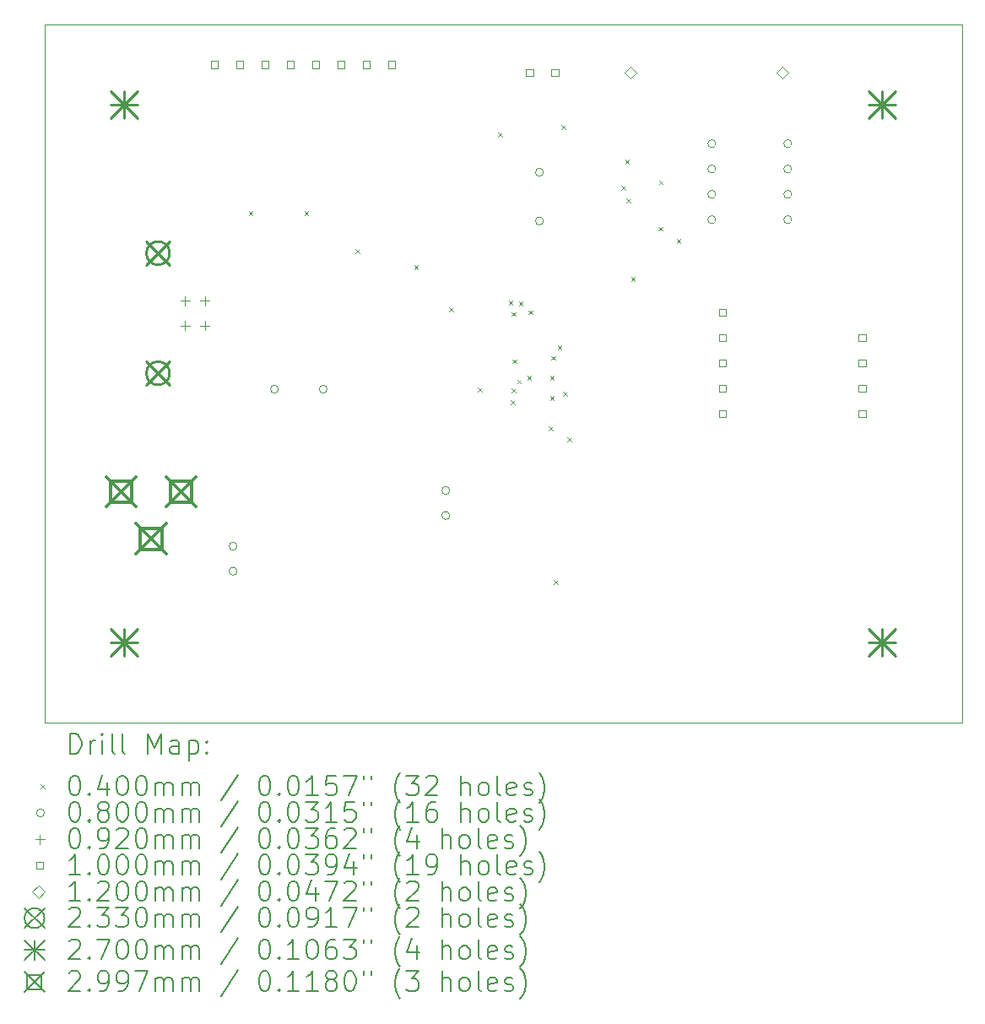
<source format=gbr>
%TF.GenerationSoftware,KiCad,Pcbnew,(6.0.7)*%
%TF.CreationDate,2022-08-27T23:03:48-04:00*%
%TF.ProjectId,RA2E1-CAN,52413245-312d-4434-914e-2e6b69636164,rev?*%
%TF.SameCoordinates,Original*%
%TF.FileFunction,Drillmap*%
%TF.FilePolarity,Positive*%
%FSLAX45Y45*%
G04 Gerber Fmt 4.5, Leading zero omitted, Abs format (unit mm)*
G04 Created by KiCad (PCBNEW (6.0.7)) date 2022-08-27 23:03:48*
%MOMM*%
%LPD*%
G01*
G04 APERTURE LIST*
%ADD10C,0.050000*%
%ADD11C,0.200000*%
%ADD12C,0.040000*%
%ADD13C,0.080000*%
%ADD14C,0.092000*%
%ADD15C,0.100000*%
%ADD16C,0.120000*%
%ADD17C,0.233000*%
%ADD18C,0.270000*%
%ADD19C,0.299720*%
G04 APERTURE END LIST*
D10*
X7000000Y-9500000D02*
X7000000Y-16500000D01*
X16200000Y-9500000D02*
X16200000Y-16500000D01*
X16200000Y-16500000D02*
X7000000Y-16500000D01*
X7000000Y-9500000D02*
X16200000Y-9500000D01*
D11*
D12*
X9047800Y-11371900D02*
X9087800Y-11411900D01*
X9087800Y-11371900D02*
X9047800Y-11411900D01*
X9606600Y-11371900D02*
X9646600Y-11411900D01*
X9646600Y-11371900D02*
X9606600Y-11411900D01*
X10115090Y-11752620D02*
X10155090Y-11792620D01*
X10155090Y-11752620D02*
X10115090Y-11792620D01*
X10705560Y-11916140D02*
X10745560Y-11956140D01*
X10745560Y-11916140D02*
X10705560Y-11956140D01*
X11058150Y-12337720D02*
X11098150Y-12377720D01*
X11098150Y-12337720D02*
X11058150Y-12377720D01*
X11344350Y-13139350D02*
X11384350Y-13179350D01*
X11384350Y-13139350D02*
X11344350Y-13179350D01*
X11549700Y-10584500D02*
X11589700Y-10624500D01*
X11589700Y-10584500D02*
X11549700Y-10624500D01*
X11654340Y-12271370D02*
X11694340Y-12311370D01*
X11694340Y-12271370D02*
X11654340Y-12311370D01*
X11676410Y-13266080D02*
X11716410Y-13306080D01*
X11716410Y-13266080D02*
X11676410Y-13306080D01*
X11681960Y-13151020D02*
X11721960Y-13191020D01*
X11721960Y-13151020D02*
X11681960Y-13191020D01*
X11682580Y-12384310D02*
X11722580Y-12424310D01*
X11722580Y-12384310D02*
X11682580Y-12424310D01*
X11693620Y-12857800D02*
X11733620Y-12897800D01*
X11733620Y-12857800D02*
X11693620Y-12897800D01*
X11740200Y-13061000D02*
X11780200Y-13101000D01*
X11780200Y-13061000D02*
X11740200Y-13101000D01*
X11756650Y-12279410D02*
X11796650Y-12319410D01*
X11796650Y-12279410D02*
X11756650Y-12319410D01*
X11841800Y-13022900D02*
X11881800Y-13062900D01*
X11881800Y-13022900D02*
X11841800Y-13062900D01*
X11850390Y-12367410D02*
X11890390Y-12407410D01*
X11890390Y-12367410D02*
X11850390Y-12407410D01*
X12058030Y-13530630D02*
X12098030Y-13570630D01*
X12098030Y-13530630D02*
X12058030Y-13570630D01*
X12070400Y-13022900D02*
X12110400Y-13062900D01*
X12110400Y-13022900D02*
X12070400Y-13062900D01*
X12070400Y-13226100D02*
X12110400Y-13266100D01*
X12110400Y-13226100D02*
X12070400Y-13266100D01*
X12079050Y-12824710D02*
X12119050Y-12864710D01*
X12119050Y-12824710D02*
X12079050Y-12864710D01*
X12106760Y-15069900D02*
X12146760Y-15109900D01*
X12146760Y-15069900D02*
X12106760Y-15109900D01*
X12145660Y-12715660D02*
X12185660Y-12755660D01*
X12185660Y-12715660D02*
X12145660Y-12755660D01*
X12184700Y-10508300D02*
X12224700Y-10548300D01*
X12224700Y-10508300D02*
X12184700Y-10548300D01*
X12200130Y-13183860D02*
X12240130Y-13223860D01*
X12240130Y-13183860D02*
X12200130Y-13223860D01*
X12245350Y-13638970D02*
X12285350Y-13678970D01*
X12285350Y-13638970D02*
X12245350Y-13678970D01*
X12785400Y-11116270D02*
X12825400Y-11156270D01*
X12825400Y-11116270D02*
X12785400Y-11156270D01*
X12821800Y-10856030D02*
X12861800Y-10896030D01*
X12861800Y-10856030D02*
X12821800Y-10896030D01*
X12833060Y-11242540D02*
X12873060Y-11282540D01*
X12873060Y-11242540D02*
X12833060Y-11282540D01*
X12883200Y-12032300D02*
X12923200Y-12072300D01*
X12923200Y-12032300D02*
X12883200Y-12072300D01*
X13157010Y-11528980D02*
X13197010Y-11568980D01*
X13197010Y-11528980D02*
X13157010Y-11568980D01*
X13161610Y-11061900D02*
X13201610Y-11101900D01*
X13201610Y-11061900D02*
X13161610Y-11101900D01*
X13340400Y-11651300D02*
X13380400Y-11691300D01*
X13380400Y-11651300D02*
X13340400Y-11691300D01*
D13*
X8930000Y-14732000D02*
G75*
G03*
X8930000Y-14732000I-40000J0D01*
G01*
X8930000Y-14982000D02*
G75*
G03*
X8930000Y-14982000I-40000J0D01*
G01*
X9345400Y-13157200D02*
G75*
G03*
X9345400Y-13157200I-40000J0D01*
G01*
X9833400Y-13157200D02*
G75*
G03*
X9833400Y-13157200I-40000J0D01*
G01*
X11063600Y-14173200D02*
G75*
G03*
X11063600Y-14173200I-40000J0D01*
G01*
X11063600Y-14423200D02*
G75*
G03*
X11063600Y-14423200I-40000J0D01*
G01*
X12003400Y-10981800D02*
G75*
G03*
X12003400Y-10981800I-40000J0D01*
G01*
X12003400Y-11469800D02*
G75*
G03*
X12003400Y-11469800I-40000J0D01*
G01*
X13731600Y-10694400D02*
G75*
G03*
X13731600Y-10694400I-40000J0D01*
G01*
X13731600Y-10948400D02*
G75*
G03*
X13731600Y-10948400I-40000J0D01*
G01*
X13731600Y-11202400D02*
G75*
G03*
X13731600Y-11202400I-40000J0D01*
G01*
X13731600Y-11456400D02*
G75*
G03*
X13731600Y-11456400I-40000J0D01*
G01*
X14493600Y-10694400D02*
G75*
G03*
X14493600Y-10694400I-40000J0D01*
G01*
X14493600Y-10948400D02*
G75*
G03*
X14493600Y-10948400I-40000J0D01*
G01*
X14493600Y-11202400D02*
G75*
G03*
X14493600Y-11202400I-40000J0D01*
G01*
X14493600Y-11456400D02*
G75*
G03*
X14493600Y-11456400I-40000J0D01*
G01*
D14*
X8407950Y-12224200D02*
X8407950Y-12316200D01*
X8361950Y-12270200D02*
X8453950Y-12270200D01*
X8407950Y-12474200D02*
X8407950Y-12566200D01*
X8361950Y-12520200D02*
X8453950Y-12520200D01*
X8607950Y-12224200D02*
X8607950Y-12316200D01*
X8561950Y-12270200D02*
X8653950Y-12270200D01*
X8607950Y-12474200D02*
X8607950Y-12566200D01*
X8561950Y-12520200D02*
X8653950Y-12520200D01*
D15*
X8735356Y-9935356D02*
X8735356Y-9864644D01*
X8664644Y-9864644D01*
X8664644Y-9935356D01*
X8735356Y-9935356D01*
X8989356Y-9935356D02*
X8989356Y-9864644D01*
X8918644Y-9864644D01*
X8918644Y-9935356D01*
X8989356Y-9935356D01*
X9243356Y-9935356D02*
X9243356Y-9864644D01*
X9172644Y-9864644D01*
X9172644Y-9935356D01*
X9243356Y-9935356D01*
X9497356Y-9935356D02*
X9497356Y-9864644D01*
X9426644Y-9864644D01*
X9426644Y-9935356D01*
X9497356Y-9935356D01*
X9751356Y-9935356D02*
X9751356Y-9864644D01*
X9680644Y-9864644D01*
X9680644Y-9935356D01*
X9751356Y-9935356D01*
X10005356Y-9935356D02*
X10005356Y-9864644D01*
X9934644Y-9864644D01*
X9934644Y-9935356D01*
X10005356Y-9935356D01*
X10259356Y-9935356D02*
X10259356Y-9864644D01*
X10188644Y-9864644D01*
X10188644Y-9935356D01*
X10259356Y-9935356D01*
X10513356Y-9935356D02*
X10513356Y-9864644D01*
X10442644Y-9864644D01*
X10442644Y-9935356D01*
X10513356Y-9935356D01*
X11899156Y-10015056D02*
X11899156Y-9944344D01*
X11828444Y-9944344D01*
X11828444Y-10015056D01*
X11899156Y-10015056D01*
X12153156Y-10015056D02*
X12153156Y-9944344D01*
X12082444Y-9944344D01*
X12082444Y-10015056D01*
X12153156Y-10015056D01*
X13835356Y-12419356D02*
X13835356Y-12348644D01*
X13764644Y-12348644D01*
X13764644Y-12419356D01*
X13835356Y-12419356D01*
X13835356Y-12673356D02*
X13835356Y-12602644D01*
X13764644Y-12602644D01*
X13764644Y-12673356D01*
X13835356Y-12673356D01*
X13835356Y-12927356D02*
X13835356Y-12856644D01*
X13764644Y-12856644D01*
X13764644Y-12927356D01*
X13835356Y-12927356D01*
X13835356Y-13181356D02*
X13835356Y-13110644D01*
X13764644Y-13110644D01*
X13764644Y-13181356D01*
X13835356Y-13181356D01*
X13835356Y-13435356D02*
X13835356Y-13364644D01*
X13764644Y-13364644D01*
X13764644Y-13435356D01*
X13835356Y-13435356D01*
X15235356Y-12673356D02*
X15235356Y-12602644D01*
X15164644Y-12602644D01*
X15164644Y-12673356D01*
X15235356Y-12673356D01*
X15235356Y-12927356D02*
X15235356Y-12856644D01*
X15164644Y-12856644D01*
X15164644Y-12927356D01*
X15235356Y-12927356D01*
X15235356Y-13181356D02*
X15235356Y-13110644D01*
X15164644Y-13110644D01*
X15164644Y-13181356D01*
X15235356Y-13181356D01*
X15235356Y-13435356D02*
X15235356Y-13364644D01*
X15164644Y-13364644D01*
X15164644Y-13435356D01*
X15235356Y-13435356D01*
D16*
X12877800Y-10042200D02*
X12937800Y-9982200D01*
X12877800Y-9922200D01*
X12817800Y-9982200D01*
X12877800Y-10042200D01*
X14401800Y-10042200D02*
X14461800Y-9982200D01*
X14401800Y-9922200D01*
X14341800Y-9982200D01*
X14401800Y-10042200D01*
D17*
X8020450Y-11676700D02*
X8253450Y-11909700D01*
X8253450Y-11676700D02*
X8020450Y-11909700D01*
X8253450Y-11793200D02*
G75*
G03*
X8253450Y-11793200I-116500J0D01*
G01*
X8020450Y-12880700D02*
X8253450Y-13113700D01*
X8253450Y-12880700D02*
X8020450Y-13113700D01*
X8253450Y-12997200D02*
G75*
G03*
X8253450Y-12997200I-116500J0D01*
G01*
D18*
X7665000Y-10165000D02*
X7935000Y-10435000D01*
X7935000Y-10165000D02*
X7665000Y-10435000D01*
X7800000Y-10165000D02*
X7800000Y-10435000D01*
X7665000Y-10300000D02*
X7935000Y-10300000D01*
X7665000Y-15565000D02*
X7935000Y-15835000D01*
X7935000Y-15565000D02*
X7665000Y-15835000D01*
X7800000Y-15565000D02*
X7800000Y-15835000D01*
X7665000Y-15700000D02*
X7935000Y-15700000D01*
X15265000Y-10165000D02*
X15535000Y-10435000D01*
X15535000Y-10165000D02*
X15265000Y-10435000D01*
X15400000Y-10165000D02*
X15400000Y-10435000D01*
X15265000Y-10300000D02*
X15535000Y-10300000D01*
X15265000Y-15565000D02*
X15535000Y-15835000D01*
X15535000Y-15565000D02*
X15265000Y-15835000D01*
X15400000Y-15565000D02*
X15400000Y-15835000D01*
X15265000Y-15700000D02*
X15535000Y-15700000D01*
D19*
X7617840Y-14036040D02*
X7917560Y-14335760D01*
X7917560Y-14036040D02*
X7617840Y-14335760D01*
X7873668Y-14291868D02*
X7873668Y-14079932D01*
X7661732Y-14079932D01*
X7661732Y-14291868D01*
X7873668Y-14291868D01*
X7917840Y-14506040D02*
X8217560Y-14805760D01*
X8217560Y-14506040D02*
X7917840Y-14805760D01*
X8173668Y-14761868D02*
X8173668Y-14549932D01*
X7961732Y-14549932D01*
X7961732Y-14761868D01*
X8173668Y-14761868D01*
X8217840Y-14036040D02*
X8517560Y-14335760D01*
X8517560Y-14036040D02*
X8217840Y-14335760D01*
X8473668Y-14291868D02*
X8473668Y-14079932D01*
X8261732Y-14079932D01*
X8261732Y-14291868D01*
X8473668Y-14291868D01*
D11*
X7255119Y-16812976D02*
X7255119Y-16612976D01*
X7302738Y-16612976D01*
X7331309Y-16622500D01*
X7350357Y-16641548D01*
X7359881Y-16660595D01*
X7369405Y-16698690D01*
X7369405Y-16727262D01*
X7359881Y-16765357D01*
X7350357Y-16784405D01*
X7331309Y-16803452D01*
X7302738Y-16812976D01*
X7255119Y-16812976D01*
X7455119Y-16812976D02*
X7455119Y-16679643D01*
X7455119Y-16717738D02*
X7464643Y-16698690D01*
X7474167Y-16689167D01*
X7493214Y-16679643D01*
X7512262Y-16679643D01*
X7578928Y-16812976D02*
X7578928Y-16679643D01*
X7578928Y-16612976D02*
X7569405Y-16622500D01*
X7578928Y-16632024D01*
X7588452Y-16622500D01*
X7578928Y-16612976D01*
X7578928Y-16632024D01*
X7702738Y-16812976D02*
X7683690Y-16803452D01*
X7674167Y-16784405D01*
X7674167Y-16612976D01*
X7807500Y-16812976D02*
X7788452Y-16803452D01*
X7778928Y-16784405D01*
X7778928Y-16612976D01*
X8036071Y-16812976D02*
X8036071Y-16612976D01*
X8102738Y-16755833D01*
X8169405Y-16612976D01*
X8169405Y-16812976D01*
X8350357Y-16812976D02*
X8350357Y-16708214D01*
X8340833Y-16689167D01*
X8321786Y-16679643D01*
X8283690Y-16679643D01*
X8264643Y-16689167D01*
X8350357Y-16803452D02*
X8331309Y-16812976D01*
X8283690Y-16812976D01*
X8264643Y-16803452D01*
X8255119Y-16784405D01*
X8255119Y-16765357D01*
X8264643Y-16746309D01*
X8283690Y-16736786D01*
X8331309Y-16736786D01*
X8350357Y-16727262D01*
X8445595Y-16679643D02*
X8445595Y-16879643D01*
X8445595Y-16689167D02*
X8464643Y-16679643D01*
X8502738Y-16679643D01*
X8521786Y-16689167D01*
X8531310Y-16698690D01*
X8540833Y-16717738D01*
X8540833Y-16774881D01*
X8531310Y-16793929D01*
X8521786Y-16803452D01*
X8502738Y-16812976D01*
X8464643Y-16812976D01*
X8445595Y-16803452D01*
X8626548Y-16793929D02*
X8636071Y-16803452D01*
X8626548Y-16812976D01*
X8617024Y-16803452D01*
X8626548Y-16793929D01*
X8626548Y-16812976D01*
X8626548Y-16689167D02*
X8636071Y-16698690D01*
X8626548Y-16708214D01*
X8617024Y-16698690D01*
X8626548Y-16689167D01*
X8626548Y-16708214D01*
D12*
X6957500Y-17122500D02*
X6997500Y-17162500D01*
X6997500Y-17122500D02*
X6957500Y-17162500D01*
D11*
X7293214Y-17032976D02*
X7312262Y-17032976D01*
X7331309Y-17042500D01*
X7340833Y-17052024D01*
X7350357Y-17071071D01*
X7359881Y-17109167D01*
X7359881Y-17156786D01*
X7350357Y-17194881D01*
X7340833Y-17213929D01*
X7331309Y-17223452D01*
X7312262Y-17232976D01*
X7293214Y-17232976D01*
X7274167Y-17223452D01*
X7264643Y-17213929D01*
X7255119Y-17194881D01*
X7245595Y-17156786D01*
X7245595Y-17109167D01*
X7255119Y-17071071D01*
X7264643Y-17052024D01*
X7274167Y-17042500D01*
X7293214Y-17032976D01*
X7445595Y-17213929D02*
X7455119Y-17223452D01*
X7445595Y-17232976D01*
X7436071Y-17223452D01*
X7445595Y-17213929D01*
X7445595Y-17232976D01*
X7626548Y-17099643D02*
X7626548Y-17232976D01*
X7578928Y-17023452D02*
X7531309Y-17166310D01*
X7655119Y-17166310D01*
X7769405Y-17032976D02*
X7788452Y-17032976D01*
X7807500Y-17042500D01*
X7817024Y-17052024D01*
X7826548Y-17071071D01*
X7836071Y-17109167D01*
X7836071Y-17156786D01*
X7826548Y-17194881D01*
X7817024Y-17213929D01*
X7807500Y-17223452D01*
X7788452Y-17232976D01*
X7769405Y-17232976D01*
X7750357Y-17223452D01*
X7740833Y-17213929D01*
X7731309Y-17194881D01*
X7721786Y-17156786D01*
X7721786Y-17109167D01*
X7731309Y-17071071D01*
X7740833Y-17052024D01*
X7750357Y-17042500D01*
X7769405Y-17032976D01*
X7959881Y-17032976D02*
X7978928Y-17032976D01*
X7997976Y-17042500D01*
X8007500Y-17052024D01*
X8017024Y-17071071D01*
X8026548Y-17109167D01*
X8026548Y-17156786D01*
X8017024Y-17194881D01*
X8007500Y-17213929D01*
X7997976Y-17223452D01*
X7978928Y-17232976D01*
X7959881Y-17232976D01*
X7940833Y-17223452D01*
X7931309Y-17213929D01*
X7921786Y-17194881D01*
X7912262Y-17156786D01*
X7912262Y-17109167D01*
X7921786Y-17071071D01*
X7931309Y-17052024D01*
X7940833Y-17042500D01*
X7959881Y-17032976D01*
X8112262Y-17232976D02*
X8112262Y-17099643D01*
X8112262Y-17118690D02*
X8121786Y-17109167D01*
X8140833Y-17099643D01*
X8169405Y-17099643D01*
X8188452Y-17109167D01*
X8197976Y-17128214D01*
X8197976Y-17232976D01*
X8197976Y-17128214D02*
X8207500Y-17109167D01*
X8226548Y-17099643D01*
X8255119Y-17099643D01*
X8274167Y-17109167D01*
X8283690Y-17128214D01*
X8283690Y-17232976D01*
X8378928Y-17232976D02*
X8378928Y-17099643D01*
X8378928Y-17118690D02*
X8388452Y-17109167D01*
X8407500Y-17099643D01*
X8436071Y-17099643D01*
X8455119Y-17109167D01*
X8464643Y-17128214D01*
X8464643Y-17232976D01*
X8464643Y-17128214D02*
X8474167Y-17109167D01*
X8493214Y-17099643D01*
X8521786Y-17099643D01*
X8540833Y-17109167D01*
X8550357Y-17128214D01*
X8550357Y-17232976D01*
X8940833Y-17023452D02*
X8769405Y-17280595D01*
X9197976Y-17032976D02*
X9217024Y-17032976D01*
X9236071Y-17042500D01*
X9245595Y-17052024D01*
X9255119Y-17071071D01*
X9264643Y-17109167D01*
X9264643Y-17156786D01*
X9255119Y-17194881D01*
X9245595Y-17213929D01*
X9236071Y-17223452D01*
X9217024Y-17232976D01*
X9197976Y-17232976D01*
X9178929Y-17223452D01*
X9169405Y-17213929D01*
X9159881Y-17194881D01*
X9150357Y-17156786D01*
X9150357Y-17109167D01*
X9159881Y-17071071D01*
X9169405Y-17052024D01*
X9178929Y-17042500D01*
X9197976Y-17032976D01*
X9350357Y-17213929D02*
X9359881Y-17223452D01*
X9350357Y-17232976D01*
X9340833Y-17223452D01*
X9350357Y-17213929D01*
X9350357Y-17232976D01*
X9483690Y-17032976D02*
X9502738Y-17032976D01*
X9521786Y-17042500D01*
X9531310Y-17052024D01*
X9540833Y-17071071D01*
X9550357Y-17109167D01*
X9550357Y-17156786D01*
X9540833Y-17194881D01*
X9531310Y-17213929D01*
X9521786Y-17223452D01*
X9502738Y-17232976D01*
X9483690Y-17232976D01*
X9464643Y-17223452D01*
X9455119Y-17213929D01*
X9445595Y-17194881D01*
X9436071Y-17156786D01*
X9436071Y-17109167D01*
X9445595Y-17071071D01*
X9455119Y-17052024D01*
X9464643Y-17042500D01*
X9483690Y-17032976D01*
X9740833Y-17232976D02*
X9626548Y-17232976D01*
X9683690Y-17232976D02*
X9683690Y-17032976D01*
X9664643Y-17061548D01*
X9645595Y-17080595D01*
X9626548Y-17090119D01*
X9921786Y-17032976D02*
X9826548Y-17032976D01*
X9817024Y-17128214D01*
X9826548Y-17118690D01*
X9845595Y-17109167D01*
X9893214Y-17109167D01*
X9912262Y-17118690D01*
X9921786Y-17128214D01*
X9931310Y-17147262D01*
X9931310Y-17194881D01*
X9921786Y-17213929D01*
X9912262Y-17223452D01*
X9893214Y-17232976D01*
X9845595Y-17232976D01*
X9826548Y-17223452D01*
X9817024Y-17213929D01*
X9997976Y-17032976D02*
X10131310Y-17032976D01*
X10045595Y-17232976D01*
X10197976Y-17032976D02*
X10197976Y-17071071D01*
X10274167Y-17032976D02*
X10274167Y-17071071D01*
X10569405Y-17309167D02*
X10559881Y-17299643D01*
X10540833Y-17271071D01*
X10531310Y-17252024D01*
X10521786Y-17223452D01*
X10512262Y-17175833D01*
X10512262Y-17137738D01*
X10521786Y-17090119D01*
X10531310Y-17061548D01*
X10540833Y-17042500D01*
X10559881Y-17013929D01*
X10569405Y-17004405D01*
X10626548Y-17032976D02*
X10750357Y-17032976D01*
X10683690Y-17109167D01*
X10712262Y-17109167D01*
X10731310Y-17118690D01*
X10740833Y-17128214D01*
X10750357Y-17147262D01*
X10750357Y-17194881D01*
X10740833Y-17213929D01*
X10731310Y-17223452D01*
X10712262Y-17232976D01*
X10655119Y-17232976D01*
X10636071Y-17223452D01*
X10626548Y-17213929D01*
X10826548Y-17052024D02*
X10836071Y-17042500D01*
X10855119Y-17032976D01*
X10902738Y-17032976D01*
X10921786Y-17042500D01*
X10931310Y-17052024D01*
X10940833Y-17071071D01*
X10940833Y-17090119D01*
X10931310Y-17118690D01*
X10817024Y-17232976D01*
X10940833Y-17232976D01*
X11178929Y-17232976D02*
X11178929Y-17032976D01*
X11264643Y-17232976D02*
X11264643Y-17128214D01*
X11255119Y-17109167D01*
X11236071Y-17099643D01*
X11207500Y-17099643D01*
X11188452Y-17109167D01*
X11178929Y-17118690D01*
X11388452Y-17232976D02*
X11369405Y-17223452D01*
X11359881Y-17213929D01*
X11350357Y-17194881D01*
X11350357Y-17137738D01*
X11359881Y-17118690D01*
X11369405Y-17109167D01*
X11388452Y-17099643D01*
X11417024Y-17099643D01*
X11436071Y-17109167D01*
X11445595Y-17118690D01*
X11455119Y-17137738D01*
X11455119Y-17194881D01*
X11445595Y-17213929D01*
X11436071Y-17223452D01*
X11417024Y-17232976D01*
X11388452Y-17232976D01*
X11569405Y-17232976D02*
X11550357Y-17223452D01*
X11540833Y-17204405D01*
X11540833Y-17032976D01*
X11721786Y-17223452D02*
X11702738Y-17232976D01*
X11664643Y-17232976D01*
X11645595Y-17223452D01*
X11636071Y-17204405D01*
X11636071Y-17128214D01*
X11645595Y-17109167D01*
X11664643Y-17099643D01*
X11702738Y-17099643D01*
X11721786Y-17109167D01*
X11731309Y-17128214D01*
X11731309Y-17147262D01*
X11636071Y-17166310D01*
X11807500Y-17223452D02*
X11826548Y-17232976D01*
X11864643Y-17232976D01*
X11883690Y-17223452D01*
X11893214Y-17204405D01*
X11893214Y-17194881D01*
X11883690Y-17175833D01*
X11864643Y-17166310D01*
X11836071Y-17166310D01*
X11817024Y-17156786D01*
X11807500Y-17137738D01*
X11807500Y-17128214D01*
X11817024Y-17109167D01*
X11836071Y-17099643D01*
X11864643Y-17099643D01*
X11883690Y-17109167D01*
X11959881Y-17309167D02*
X11969405Y-17299643D01*
X11988452Y-17271071D01*
X11997976Y-17252024D01*
X12007500Y-17223452D01*
X12017024Y-17175833D01*
X12017024Y-17137738D01*
X12007500Y-17090119D01*
X11997976Y-17061548D01*
X11988452Y-17042500D01*
X11969405Y-17013929D01*
X11959881Y-17004405D01*
D13*
X6997500Y-17406500D02*
G75*
G03*
X6997500Y-17406500I-40000J0D01*
G01*
D11*
X7293214Y-17296976D02*
X7312262Y-17296976D01*
X7331309Y-17306500D01*
X7340833Y-17316024D01*
X7350357Y-17335071D01*
X7359881Y-17373167D01*
X7359881Y-17420786D01*
X7350357Y-17458881D01*
X7340833Y-17477929D01*
X7331309Y-17487452D01*
X7312262Y-17496976D01*
X7293214Y-17496976D01*
X7274167Y-17487452D01*
X7264643Y-17477929D01*
X7255119Y-17458881D01*
X7245595Y-17420786D01*
X7245595Y-17373167D01*
X7255119Y-17335071D01*
X7264643Y-17316024D01*
X7274167Y-17306500D01*
X7293214Y-17296976D01*
X7445595Y-17477929D02*
X7455119Y-17487452D01*
X7445595Y-17496976D01*
X7436071Y-17487452D01*
X7445595Y-17477929D01*
X7445595Y-17496976D01*
X7569405Y-17382690D02*
X7550357Y-17373167D01*
X7540833Y-17363643D01*
X7531309Y-17344595D01*
X7531309Y-17335071D01*
X7540833Y-17316024D01*
X7550357Y-17306500D01*
X7569405Y-17296976D01*
X7607500Y-17296976D01*
X7626548Y-17306500D01*
X7636071Y-17316024D01*
X7645595Y-17335071D01*
X7645595Y-17344595D01*
X7636071Y-17363643D01*
X7626548Y-17373167D01*
X7607500Y-17382690D01*
X7569405Y-17382690D01*
X7550357Y-17392214D01*
X7540833Y-17401738D01*
X7531309Y-17420786D01*
X7531309Y-17458881D01*
X7540833Y-17477929D01*
X7550357Y-17487452D01*
X7569405Y-17496976D01*
X7607500Y-17496976D01*
X7626548Y-17487452D01*
X7636071Y-17477929D01*
X7645595Y-17458881D01*
X7645595Y-17420786D01*
X7636071Y-17401738D01*
X7626548Y-17392214D01*
X7607500Y-17382690D01*
X7769405Y-17296976D02*
X7788452Y-17296976D01*
X7807500Y-17306500D01*
X7817024Y-17316024D01*
X7826548Y-17335071D01*
X7836071Y-17373167D01*
X7836071Y-17420786D01*
X7826548Y-17458881D01*
X7817024Y-17477929D01*
X7807500Y-17487452D01*
X7788452Y-17496976D01*
X7769405Y-17496976D01*
X7750357Y-17487452D01*
X7740833Y-17477929D01*
X7731309Y-17458881D01*
X7721786Y-17420786D01*
X7721786Y-17373167D01*
X7731309Y-17335071D01*
X7740833Y-17316024D01*
X7750357Y-17306500D01*
X7769405Y-17296976D01*
X7959881Y-17296976D02*
X7978928Y-17296976D01*
X7997976Y-17306500D01*
X8007500Y-17316024D01*
X8017024Y-17335071D01*
X8026548Y-17373167D01*
X8026548Y-17420786D01*
X8017024Y-17458881D01*
X8007500Y-17477929D01*
X7997976Y-17487452D01*
X7978928Y-17496976D01*
X7959881Y-17496976D01*
X7940833Y-17487452D01*
X7931309Y-17477929D01*
X7921786Y-17458881D01*
X7912262Y-17420786D01*
X7912262Y-17373167D01*
X7921786Y-17335071D01*
X7931309Y-17316024D01*
X7940833Y-17306500D01*
X7959881Y-17296976D01*
X8112262Y-17496976D02*
X8112262Y-17363643D01*
X8112262Y-17382690D02*
X8121786Y-17373167D01*
X8140833Y-17363643D01*
X8169405Y-17363643D01*
X8188452Y-17373167D01*
X8197976Y-17392214D01*
X8197976Y-17496976D01*
X8197976Y-17392214D02*
X8207500Y-17373167D01*
X8226548Y-17363643D01*
X8255119Y-17363643D01*
X8274167Y-17373167D01*
X8283690Y-17392214D01*
X8283690Y-17496976D01*
X8378928Y-17496976D02*
X8378928Y-17363643D01*
X8378928Y-17382690D02*
X8388452Y-17373167D01*
X8407500Y-17363643D01*
X8436071Y-17363643D01*
X8455119Y-17373167D01*
X8464643Y-17392214D01*
X8464643Y-17496976D01*
X8464643Y-17392214D02*
X8474167Y-17373167D01*
X8493214Y-17363643D01*
X8521786Y-17363643D01*
X8540833Y-17373167D01*
X8550357Y-17392214D01*
X8550357Y-17496976D01*
X8940833Y-17287452D02*
X8769405Y-17544595D01*
X9197976Y-17296976D02*
X9217024Y-17296976D01*
X9236071Y-17306500D01*
X9245595Y-17316024D01*
X9255119Y-17335071D01*
X9264643Y-17373167D01*
X9264643Y-17420786D01*
X9255119Y-17458881D01*
X9245595Y-17477929D01*
X9236071Y-17487452D01*
X9217024Y-17496976D01*
X9197976Y-17496976D01*
X9178929Y-17487452D01*
X9169405Y-17477929D01*
X9159881Y-17458881D01*
X9150357Y-17420786D01*
X9150357Y-17373167D01*
X9159881Y-17335071D01*
X9169405Y-17316024D01*
X9178929Y-17306500D01*
X9197976Y-17296976D01*
X9350357Y-17477929D02*
X9359881Y-17487452D01*
X9350357Y-17496976D01*
X9340833Y-17487452D01*
X9350357Y-17477929D01*
X9350357Y-17496976D01*
X9483690Y-17296976D02*
X9502738Y-17296976D01*
X9521786Y-17306500D01*
X9531310Y-17316024D01*
X9540833Y-17335071D01*
X9550357Y-17373167D01*
X9550357Y-17420786D01*
X9540833Y-17458881D01*
X9531310Y-17477929D01*
X9521786Y-17487452D01*
X9502738Y-17496976D01*
X9483690Y-17496976D01*
X9464643Y-17487452D01*
X9455119Y-17477929D01*
X9445595Y-17458881D01*
X9436071Y-17420786D01*
X9436071Y-17373167D01*
X9445595Y-17335071D01*
X9455119Y-17316024D01*
X9464643Y-17306500D01*
X9483690Y-17296976D01*
X9617024Y-17296976D02*
X9740833Y-17296976D01*
X9674167Y-17373167D01*
X9702738Y-17373167D01*
X9721786Y-17382690D01*
X9731310Y-17392214D01*
X9740833Y-17411262D01*
X9740833Y-17458881D01*
X9731310Y-17477929D01*
X9721786Y-17487452D01*
X9702738Y-17496976D01*
X9645595Y-17496976D01*
X9626548Y-17487452D01*
X9617024Y-17477929D01*
X9931310Y-17496976D02*
X9817024Y-17496976D01*
X9874167Y-17496976D02*
X9874167Y-17296976D01*
X9855119Y-17325548D01*
X9836071Y-17344595D01*
X9817024Y-17354119D01*
X10112262Y-17296976D02*
X10017024Y-17296976D01*
X10007500Y-17392214D01*
X10017024Y-17382690D01*
X10036071Y-17373167D01*
X10083690Y-17373167D01*
X10102738Y-17382690D01*
X10112262Y-17392214D01*
X10121786Y-17411262D01*
X10121786Y-17458881D01*
X10112262Y-17477929D01*
X10102738Y-17487452D01*
X10083690Y-17496976D01*
X10036071Y-17496976D01*
X10017024Y-17487452D01*
X10007500Y-17477929D01*
X10197976Y-17296976D02*
X10197976Y-17335071D01*
X10274167Y-17296976D02*
X10274167Y-17335071D01*
X10569405Y-17573167D02*
X10559881Y-17563643D01*
X10540833Y-17535071D01*
X10531310Y-17516024D01*
X10521786Y-17487452D01*
X10512262Y-17439833D01*
X10512262Y-17401738D01*
X10521786Y-17354119D01*
X10531310Y-17325548D01*
X10540833Y-17306500D01*
X10559881Y-17277929D01*
X10569405Y-17268405D01*
X10750357Y-17496976D02*
X10636071Y-17496976D01*
X10693214Y-17496976D02*
X10693214Y-17296976D01*
X10674167Y-17325548D01*
X10655119Y-17344595D01*
X10636071Y-17354119D01*
X10921786Y-17296976D02*
X10883690Y-17296976D01*
X10864643Y-17306500D01*
X10855119Y-17316024D01*
X10836071Y-17344595D01*
X10826548Y-17382690D01*
X10826548Y-17458881D01*
X10836071Y-17477929D01*
X10845595Y-17487452D01*
X10864643Y-17496976D01*
X10902738Y-17496976D01*
X10921786Y-17487452D01*
X10931310Y-17477929D01*
X10940833Y-17458881D01*
X10940833Y-17411262D01*
X10931310Y-17392214D01*
X10921786Y-17382690D01*
X10902738Y-17373167D01*
X10864643Y-17373167D01*
X10845595Y-17382690D01*
X10836071Y-17392214D01*
X10826548Y-17411262D01*
X11178929Y-17496976D02*
X11178929Y-17296976D01*
X11264643Y-17496976D02*
X11264643Y-17392214D01*
X11255119Y-17373167D01*
X11236071Y-17363643D01*
X11207500Y-17363643D01*
X11188452Y-17373167D01*
X11178929Y-17382690D01*
X11388452Y-17496976D02*
X11369405Y-17487452D01*
X11359881Y-17477929D01*
X11350357Y-17458881D01*
X11350357Y-17401738D01*
X11359881Y-17382690D01*
X11369405Y-17373167D01*
X11388452Y-17363643D01*
X11417024Y-17363643D01*
X11436071Y-17373167D01*
X11445595Y-17382690D01*
X11455119Y-17401738D01*
X11455119Y-17458881D01*
X11445595Y-17477929D01*
X11436071Y-17487452D01*
X11417024Y-17496976D01*
X11388452Y-17496976D01*
X11569405Y-17496976D02*
X11550357Y-17487452D01*
X11540833Y-17468405D01*
X11540833Y-17296976D01*
X11721786Y-17487452D02*
X11702738Y-17496976D01*
X11664643Y-17496976D01*
X11645595Y-17487452D01*
X11636071Y-17468405D01*
X11636071Y-17392214D01*
X11645595Y-17373167D01*
X11664643Y-17363643D01*
X11702738Y-17363643D01*
X11721786Y-17373167D01*
X11731309Y-17392214D01*
X11731309Y-17411262D01*
X11636071Y-17430310D01*
X11807500Y-17487452D02*
X11826548Y-17496976D01*
X11864643Y-17496976D01*
X11883690Y-17487452D01*
X11893214Y-17468405D01*
X11893214Y-17458881D01*
X11883690Y-17439833D01*
X11864643Y-17430310D01*
X11836071Y-17430310D01*
X11817024Y-17420786D01*
X11807500Y-17401738D01*
X11807500Y-17392214D01*
X11817024Y-17373167D01*
X11836071Y-17363643D01*
X11864643Y-17363643D01*
X11883690Y-17373167D01*
X11959881Y-17573167D02*
X11969405Y-17563643D01*
X11988452Y-17535071D01*
X11997976Y-17516024D01*
X12007500Y-17487452D01*
X12017024Y-17439833D01*
X12017024Y-17401738D01*
X12007500Y-17354119D01*
X11997976Y-17325548D01*
X11988452Y-17306500D01*
X11969405Y-17277929D01*
X11959881Y-17268405D01*
D14*
X6951500Y-17624500D02*
X6951500Y-17716500D01*
X6905500Y-17670500D02*
X6997500Y-17670500D01*
D11*
X7293214Y-17560976D02*
X7312262Y-17560976D01*
X7331309Y-17570500D01*
X7340833Y-17580024D01*
X7350357Y-17599071D01*
X7359881Y-17637167D01*
X7359881Y-17684786D01*
X7350357Y-17722881D01*
X7340833Y-17741929D01*
X7331309Y-17751452D01*
X7312262Y-17760976D01*
X7293214Y-17760976D01*
X7274167Y-17751452D01*
X7264643Y-17741929D01*
X7255119Y-17722881D01*
X7245595Y-17684786D01*
X7245595Y-17637167D01*
X7255119Y-17599071D01*
X7264643Y-17580024D01*
X7274167Y-17570500D01*
X7293214Y-17560976D01*
X7445595Y-17741929D02*
X7455119Y-17751452D01*
X7445595Y-17760976D01*
X7436071Y-17751452D01*
X7445595Y-17741929D01*
X7445595Y-17760976D01*
X7550357Y-17760976D02*
X7588452Y-17760976D01*
X7607500Y-17751452D01*
X7617024Y-17741929D01*
X7636071Y-17713357D01*
X7645595Y-17675262D01*
X7645595Y-17599071D01*
X7636071Y-17580024D01*
X7626548Y-17570500D01*
X7607500Y-17560976D01*
X7569405Y-17560976D01*
X7550357Y-17570500D01*
X7540833Y-17580024D01*
X7531309Y-17599071D01*
X7531309Y-17646690D01*
X7540833Y-17665738D01*
X7550357Y-17675262D01*
X7569405Y-17684786D01*
X7607500Y-17684786D01*
X7626548Y-17675262D01*
X7636071Y-17665738D01*
X7645595Y-17646690D01*
X7721786Y-17580024D02*
X7731309Y-17570500D01*
X7750357Y-17560976D01*
X7797976Y-17560976D01*
X7817024Y-17570500D01*
X7826548Y-17580024D01*
X7836071Y-17599071D01*
X7836071Y-17618119D01*
X7826548Y-17646690D01*
X7712262Y-17760976D01*
X7836071Y-17760976D01*
X7959881Y-17560976D02*
X7978928Y-17560976D01*
X7997976Y-17570500D01*
X8007500Y-17580024D01*
X8017024Y-17599071D01*
X8026548Y-17637167D01*
X8026548Y-17684786D01*
X8017024Y-17722881D01*
X8007500Y-17741929D01*
X7997976Y-17751452D01*
X7978928Y-17760976D01*
X7959881Y-17760976D01*
X7940833Y-17751452D01*
X7931309Y-17741929D01*
X7921786Y-17722881D01*
X7912262Y-17684786D01*
X7912262Y-17637167D01*
X7921786Y-17599071D01*
X7931309Y-17580024D01*
X7940833Y-17570500D01*
X7959881Y-17560976D01*
X8112262Y-17760976D02*
X8112262Y-17627643D01*
X8112262Y-17646690D02*
X8121786Y-17637167D01*
X8140833Y-17627643D01*
X8169405Y-17627643D01*
X8188452Y-17637167D01*
X8197976Y-17656214D01*
X8197976Y-17760976D01*
X8197976Y-17656214D02*
X8207500Y-17637167D01*
X8226548Y-17627643D01*
X8255119Y-17627643D01*
X8274167Y-17637167D01*
X8283690Y-17656214D01*
X8283690Y-17760976D01*
X8378928Y-17760976D02*
X8378928Y-17627643D01*
X8378928Y-17646690D02*
X8388452Y-17637167D01*
X8407500Y-17627643D01*
X8436071Y-17627643D01*
X8455119Y-17637167D01*
X8464643Y-17656214D01*
X8464643Y-17760976D01*
X8464643Y-17656214D02*
X8474167Y-17637167D01*
X8493214Y-17627643D01*
X8521786Y-17627643D01*
X8540833Y-17637167D01*
X8550357Y-17656214D01*
X8550357Y-17760976D01*
X8940833Y-17551452D02*
X8769405Y-17808595D01*
X9197976Y-17560976D02*
X9217024Y-17560976D01*
X9236071Y-17570500D01*
X9245595Y-17580024D01*
X9255119Y-17599071D01*
X9264643Y-17637167D01*
X9264643Y-17684786D01*
X9255119Y-17722881D01*
X9245595Y-17741929D01*
X9236071Y-17751452D01*
X9217024Y-17760976D01*
X9197976Y-17760976D01*
X9178929Y-17751452D01*
X9169405Y-17741929D01*
X9159881Y-17722881D01*
X9150357Y-17684786D01*
X9150357Y-17637167D01*
X9159881Y-17599071D01*
X9169405Y-17580024D01*
X9178929Y-17570500D01*
X9197976Y-17560976D01*
X9350357Y-17741929D02*
X9359881Y-17751452D01*
X9350357Y-17760976D01*
X9340833Y-17751452D01*
X9350357Y-17741929D01*
X9350357Y-17760976D01*
X9483690Y-17560976D02*
X9502738Y-17560976D01*
X9521786Y-17570500D01*
X9531310Y-17580024D01*
X9540833Y-17599071D01*
X9550357Y-17637167D01*
X9550357Y-17684786D01*
X9540833Y-17722881D01*
X9531310Y-17741929D01*
X9521786Y-17751452D01*
X9502738Y-17760976D01*
X9483690Y-17760976D01*
X9464643Y-17751452D01*
X9455119Y-17741929D01*
X9445595Y-17722881D01*
X9436071Y-17684786D01*
X9436071Y-17637167D01*
X9445595Y-17599071D01*
X9455119Y-17580024D01*
X9464643Y-17570500D01*
X9483690Y-17560976D01*
X9617024Y-17560976D02*
X9740833Y-17560976D01*
X9674167Y-17637167D01*
X9702738Y-17637167D01*
X9721786Y-17646690D01*
X9731310Y-17656214D01*
X9740833Y-17675262D01*
X9740833Y-17722881D01*
X9731310Y-17741929D01*
X9721786Y-17751452D01*
X9702738Y-17760976D01*
X9645595Y-17760976D01*
X9626548Y-17751452D01*
X9617024Y-17741929D01*
X9912262Y-17560976D02*
X9874167Y-17560976D01*
X9855119Y-17570500D01*
X9845595Y-17580024D01*
X9826548Y-17608595D01*
X9817024Y-17646690D01*
X9817024Y-17722881D01*
X9826548Y-17741929D01*
X9836071Y-17751452D01*
X9855119Y-17760976D01*
X9893214Y-17760976D01*
X9912262Y-17751452D01*
X9921786Y-17741929D01*
X9931310Y-17722881D01*
X9931310Y-17675262D01*
X9921786Y-17656214D01*
X9912262Y-17646690D01*
X9893214Y-17637167D01*
X9855119Y-17637167D01*
X9836071Y-17646690D01*
X9826548Y-17656214D01*
X9817024Y-17675262D01*
X10007500Y-17580024D02*
X10017024Y-17570500D01*
X10036071Y-17560976D01*
X10083690Y-17560976D01*
X10102738Y-17570500D01*
X10112262Y-17580024D01*
X10121786Y-17599071D01*
X10121786Y-17618119D01*
X10112262Y-17646690D01*
X9997976Y-17760976D01*
X10121786Y-17760976D01*
X10197976Y-17560976D02*
X10197976Y-17599071D01*
X10274167Y-17560976D02*
X10274167Y-17599071D01*
X10569405Y-17837167D02*
X10559881Y-17827643D01*
X10540833Y-17799071D01*
X10531310Y-17780024D01*
X10521786Y-17751452D01*
X10512262Y-17703833D01*
X10512262Y-17665738D01*
X10521786Y-17618119D01*
X10531310Y-17589548D01*
X10540833Y-17570500D01*
X10559881Y-17541929D01*
X10569405Y-17532405D01*
X10731310Y-17627643D02*
X10731310Y-17760976D01*
X10683690Y-17551452D02*
X10636071Y-17694310D01*
X10759881Y-17694310D01*
X10988452Y-17760976D02*
X10988452Y-17560976D01*
X11074167Y-17760976D02*
X11074167Y-17656214D01*
X11064643Y-17637167D01*
X11045595Y-17627643D01*
X11017024Y-17627643D01*
X10997976Y-17637167D01*
X10988452Y-17646690D01*
X11197976Y-17760976D02*
X11178929Y-17751452D01*
X11169405Y-17741929D01*
X11159881Y-17722881D01*
X11159881Y-17665738D01*
X11169405Y-17646690D01*
X11178929Y-17637167D01*
X11197976Y-17627643D01*
X11226548Y-17627643D01*
X11245595Y-17637167D01*
X11255119Y-17646690D01*
X11264643Y-17665738D01*
X11264643Y-17722881D01*
X11255119Y-17741929D01*
X11245595Y-17751452D01*
X11226548Y-17760976D01*
X11197976Y-17760976D01*
X11378928Y-17760976D02*
X11359881Y-17751452D01*
X11350357Y-17732405D01*
X11350357Y-17560976D01*
X11531309Y-17751452D02*
X11512262Y-17760976D01*
X11474167Y-17760976D01*
X11455119Y-17751452D01*
X11445595Y-17732405D01*
X11445595Y-17656214D01*
X11455119Y-17637167D01*
X11474167Y-17627643D01*
X11512262Y-17627643D01*
X11531309Y-17637167D01*
X11540833Y-17656214D01*
X11540833Y-17675262D01*
X11445595Y-17694310D01*
X11617024Y-17751452D02*
X11636071Y-17760976D01*
X11674167Y-17760976D01*
X11693214Y-17751452D01*
X11702738Y-17732405D01*
X11702738Y-17722881D01*
X11693214Y-17703833D01*
X11674167Y-17694310D01*
X11645595Y-17694310D01*
X11626548Y-17684786D01*
X11617024Y-17665738D01*
X11617024Y-17656214D01*
X11626548Y-17637167D01*
X11645595Y-17627643D01*
X11674167Y-17627643D01*
X11693214Y-17637167D01*
X11769405Y-17837167D02*
X11778928Y-17827643D01*
X11797976Y-17799071D01*
X11807500Y-17780024D01*
X11817024Y-17751452D01*
X11826548Y-17703833D01*
X11826548Y-17665738D01*
X11817024Y-17618119D01*
X11807500Y-17589548D01*
X11797976Y-17570500D01*
X11778928Y-17541929D01*
X11769405Y-17532405D01*
D15*
X6982856Y-17969856D02*
X6982856Y-17899144D01*
X6912144Y-17899144D01*
X6912144Y-17969856D01*
X6982856Y-17969856D01*
D11*
X7359881Y-18024976D02*
X7245595Y-18024976D01*
X7302738Y-18024976D02*
X7302738Y-17824976D01*
X7283690Y-17853548D01*
X7264643Y-17872595D01*
X7245595Y-17882119D01*
X7445595Y-18005929D02*
X7455119Y-18015452D01*
X7445595Y-18024976D01*
X7436071Y-18015452D01*
X7445595Y-18005929D01*
X7445595Y-18024976D01*
X7578928Y-17824976D02*
X7597976Y-17824976D01*
X7617024Y-17834500D01*
X7626548Y-17844024D01*
X7636071Y-17863071D01*
X7645595Y-17901167D01*
X7645595Y-17948786D01*
X7636071Y-17986881D01*
X7626548Y-18005929D01*
X7617024Y-18015452D01*
X7597976Y-18024976D01*
X7578928Y-18024976D01*
X7559881Y-18015452D01*
X7550357Y-18005929D01*
X7540833Y-17986881D01*
X7531309Y-17948786D01*
X7531309Y-17901167D01*
X7540833Y-17863071D01*
X7550357Y-17844024D01*
X7559881Y-17834500D01*
X7578928Y-17824976D01*
X7769405Y-17824976D02*
X7788452Y-17824976D01*
X7807500Y-17834500D01*
X7817024Y-17844024D01*
X7826548Y-17863071D01*
X7836071Y-17901167D01*
X7836071Y-17948786D01*
X7826548Y-17986881D01*
X7817024Y-18005929D01*
X7807500Y-18015452D01*
X7788452Y-18024976D01*
X7769405Y-18024976D01*
X7750357Y-18015452D01*
X7740833Y-18005929D01*
X7731309Y-17986881D01*
X7721786Y-17948786D01*
X7721786Y-17901167D01*
X7731309Y-17863071D01*
X7740833Y-17844024D01*
X7750357Y-17834500D01*
X7769405Y-17824976D01*
X7959881Y-17824976D02*
X7978928Y-17824976D01*
X7997976Y-17834500D01*
X8007500Y-17844024D01*
X8017024Y-17863071D01*
X8026548Y-17901167D01*
X8026548Y-17948786D01*
X8017024Y-17986881D01*
X8007500Y-18005929D01*
X7997976Y-18015452D01*
X7978928Y-18024976D01*
X7959881Y-18024976D01*
X7940833Y-18015452D01*
X7931309Y-18005929D01*
X7921786Y-17986881D01*
X7912262Y-17948786D01*
X7912262Y-17901167D01*
X7921786Y-17863071D01*
X7931309Y-17844024D01*
X7940833Y-17834500D01*
X7959881Y-17824976D01*
X8112262Y-18024976D02*
X8112262Y-17891643D01*
X8112262Y-17910690D02*
X8121786Y-17901167D01*
X8140833Y-17891643D01*
X8169405Y-17891643D01*
X8188452Y-17901167D01*
X8197976Y-17920214D01*
X8197976Y-18024976D01*
X8197976Y-17920214D02*
X8207500Y-17901167D01*
X8226548Y-17891643D01*
X8255119Y-17891643D01*
X8274167Y-17901167D01*
X8283690Y-17920214D01*
X8283690Y-18024976D01*
X8378928Y-18024976D02*
X8378928Y-17891643D01*
X8378928Y-17910690D02*
X8388452Y-17901167D01*
X8407500Y-17891643D01*
X8436071Y-17891643D01*
X8455119Y-17901167D01*
X8464643Y-17920214D01*
X8464643Y-18024976D01*
X8464643Y-17920214D02*
X8474167Y-17901167D01*
X8493214Y-17891643D01*
X8521786Y-17891643D01*
X8540833Y-17901167D01*
X8550357Y-17920214D01*
X8550357Y-18024976D01*
X8940833Y-17815452D02*
X8769405Y-18072595D01*
X9197976Y-17824976D02*
X9217024Y-17824976D01*
X9236071Y-17834500D01*
X9245595Y-17844024D01*
X9255119Y-17863071D01*
X9264643Y-17901167D01*
X9264643Y-17948786D01*
X9255119Y-17986881D01*
X9245595Y-18005929D01*
X9236071Y-18015452D01*
X9217024Y-18024976D01*
X9197976Y-18024976D01*
X9178929Y-18015452D01*
X9169405Y-18005929D01*
X9159881Y-17986881D01*
X9150357Y-17948786D01*
X9150357Y-17901167D01*
X9159881Y-17863071D01*
X9169405Y-17844024D01*
X9178929Y-17834500D01*
X9197976Y-17824976D01*
X9350357Y-18005929D02*
X9359881Y-18015452D01*
X9350357Y-18024976D01*
X9340833Y-18015452D01*
X9350357Y-18005929D01*
X9350357Y-18024976D01*
X9483690Y-17824976D02*
X9502738Y-17824976D01*
X9521786Y-17834500D01*
X9531310Y-17844024D01*
X9540833Y-17863071D01*
X9550357Y-17901167D01*
X9550357Y-17948786D01*
X9540833Y-17986881D01*
X9531310Y-18005929D01*
X9521786Y-18015452D01*
X9502738Y-18024976D01*
X9483690Y-18024976D01*
X9464643Y-18015452D01*
X9455119Y-18005929D01*
X9445595Y-17986881D01*
X9436071Y-17948786D01*
X9436071Y-17901167D01*
X9445595Y-17863071D01*
X9455119Y-17844024D01*
X9464643Y-17834500D01*
X9483690Y-17824976D01*
X9617024Y-17824976D02*
X9740833Y-17824976D01*
X9674167Y-17901167D01*
X9702738Y-17901167D01*
X9721786Y-17910690D01*
X9731310Y-17920214D01*
X9740833Y-17939262D01*
X9740833Y-17986881D01*
X9731310Y-18005929D01*
X9721786Y-18015452D01*
X9702738Y-18024976D01*
X9645595Y-18024976D01*
X9626548Y-18015452D01*
X9617024Y-18005929D01*
X9836071Y-18024976D02*
X9874167Y-18024976D01*
X9893214Y-18015452D01*
X9902738Y-18005929D01*
X9921786Y-17977357D01*
X9931310Y-17939262D01*
X9931310Y-17863071D01*
X9921786Y-17844024D01*
X9912262Y-17834500D01*
X9893214Y-17824976D01*
X9855119Y-17824976D01*
X9836071Y-17834500D01*
X9826548Y-17844024D01*
X9817024Y-17863071D01*
X9817024Y-17910690D01*
X9826548Y-17929738D01*
X9836071Y-17939262D01*
X9855119Y-17948786D01*
X9893214Y-17948786D01*
X9912262Y-17939262D01*
X9921786Y-17929738D01*
X9931310Y-17910690D01*
X10102738Y-17891643D02*
X10102738Y-18024976D01*
X10055119Y-17815452D02*
X10007500Y-17958310D01*
X10131310Y-17958310D01*
X10197976Y-17824976D02*
X10197976Y-17863071D01*
X10274167Y-17824976D02*
X10274167Y-17863071D01*
X10569405Y-18101167D02*
X10559881Y-18091643D01*
X10540833Y-18063071D01*
X10531310Y-18044024D01*
X10521786Y-18015452D01*
X10512262Y-17967833D01*
X10512262Y-17929738D01*
X10521786Y-17882119D01*
X10531310Y-17853548D01*
X10540833Y-17834500D01*
X10559881Y-17805929D01*
X10569405Y-17796405D01*
X10750357Y-18024976D02*
X10636071Y-18024976D01*
X10693214Y-18024976D02*
X10693214Y-17824976D01*
X10674167Y-17853548D01*
X10655119Y-17872595D01*
X10636071Y-17882119D01*
X10845595Y-18024976D02*
X10883690Y-18024976D01*
X10902738Y-18015452D01*
X10912262Y-18005929D01*
X10931310Y-17977357D01*
X10940833Y-17939262D01*
X10940833Y-17863071D01*
X10931310Y-17844024D01*
X10921786Y-17834500D01*
X10902738Y-17824976D01*
X10864643Y-17824976D01*
X10845595Y-17834500D01*
X10836071Y-17844024D01*
X10826548Y-17863071D01*
X10826548Y-17910690D01*
X10836071Y-17929738D01*
X10845595Y-17939262D01*
X10864643Y-17948786D01*
X10902738Y-17948786D01*
X10921786Y-17939262D01*
X10931310Y-17929738D01*
X10940833Y-17910690D01*
X11178929Y-18024976D02*
X11178929Y-17824976D01*
X11264643Y-18024976D02*
X11264643Y-17920214D01*
X11255119Y-17901167D01*
X11236071Y-17891643D01*
X11207500Y-17891643D01*
X11188452Y-17901167D01*
X11178929Y-17910690D01*
X11388452Y-18024976D02*
X11369405Y-18015452D01*
X11359881Y-18005929D01*
X11350357Y-17986881D01*
X11350357Y-17929738D01*
X11359881Y-17910690D01*
X11369405Y-17901167D01*
X11388452Y-17891643D01*
X11417024Y-17891643D01*
X11436071Y-17901167D01*
X11445595Y-17910690D01*
X11455119Y-17929738D01*
X11455119Y-17986881D01*
X11445595Y-18005929D01*
X11436071Y-18015452D01*
X11417024Y-18024976D01*
X11388452Y-18024976D01*
X11569405Y-18024976D02*
X11550357Y-18015452D01*
X11540833Y-17996405D01*
X11540833Y-17824976D01*
X11721786Y-18015452D02*
X11702738Y-18024976D01*
X11664643Y-18024976D01*
X11645595Y-18015452D01*
X11636071Y-17996405D01*
X11636071Y-17920214D01*
X11645595Y-17901167D01*
X11664643Y-17891643D01*
X11702738Y-17891643D01*
X11721786Y-17901167D01*
X11731309Y-17920214D01*
X11731309Y-17939262D01*
X11636071Y-17958310D01*
X11807500Y-18015452D02*
X11826548Y-18024976D01*
X11864643Y-18024976D01*
X11883690Y-18015452D01*
X11893214Y-17996405D01*
X11893214Y-17986881D01*
X11883690Y-17967833D01*
X11864643Y-17958310D01*
X11836071Y-17958310D01*
X11817024Y-17948786D01*
X11807500Y-17929738D01*
X11807500Y-17920214D01*
X11817024Y-17901167D01*
X11836071Y-17891643D01*
X11864643Y-17891643D01*
X11883690Y-17901167D01*
X11959881Y-18101167D02*
X11969405Y-18091643D01*
X11988452Y-18063071D01*
X11997976Y-18044024D01*
X12007500Y-18015452D01*
X12017024Y-17967833D01*
X12017024Y-17929738D01*
X12007500Y-17882119D01*
X11997976Y-17853548D01*
X11988452Y-17834500D01*
X11969405Y-17805929D01*
X11959881Y-17796405D01*
D16*
X6937500Y-18258500D02*
X6997500Y-18198500D01*
X6937500Y-18138500D01*
X6877500Y-18198500D01*
X6937500Y-18258500D01*
D11*
X7359881Y-18288976D02*
X7245595Y-18288976D01*
X7302738Y-18288976D02*
X7302738Y-18088976D01*
X7283690Y-18117548D01*
X7264643Y-18136595D01*
X7245595Y-18146119D01*
X7445595Y-18269929D02*
X7455119Y-18279452D01*
X7445595Y-18288976D01*
X7436071Y-18279452D01*
X7445595Y-18269929D01*
X7445595Y-18288976D01*
X7531309Y-18108024D02*
X7540833Y-18098500D01*
X7559881Y-18088976D01*
X7607500Y-18088976D01*
X7626548Y-18098500D01*
X7636071Y-18108024D01*
X7645595Y-18127071D01*
X7645595Y-18146119D01*
X7636071Y-18174690D01*
X7521786Y-18288976D01*
X7645595Y-18288976D01*
X7769405Y-18088976D02*
X7788452Y-18088976D01*
X7807500Y-18098500D01*
X7817024Y-18108024D01*
X7826548Y-18127071D01*
X7836071Y-18165167D01*
X7836071Y-18212786D01*
X7826548Y-18250881D01*
X7817024Y-18269929D01*
X7807500Y-18279452D01*
X7788452Y-18288976D01*
X7769405Y-18288976D01*
X7750357Y-18279452D01*
X7740833Y-18269929D01*
X7731309Y-18250881D01*
X7721786Y-18212786D01*
X7721786Y-18165167D01*
X7731309Y-18127071D01*
X7740833Y-18108024D01*
X7750357Y-18098500D01*
X7769405Y-18088976D01*
X7959881Y-18088976D02*
X7978928Y-18088976D01*
X7997976Y-18098500D01*
X8007500Y-18108024D01*
X8017024Y-18127071D01*
X8026548Y-18165167D01*
X8026548Y-18212786D01*
X8017024Y-18250881D01*
X8007500Y-18269929D01*
X7997976Y-18279452D01*
X7978928Y-18288976D01*
X7959881Y-18288976D01*
X7940833Y-18279452D01*
X7931309Y-18269929D01*
X7921786Y-18250881D01*
X7912262Y-18212786D01*
X7912262Y-18165167D01*
X7921786Y-18127071D01*
X7931309Y-18108024D01*
X7940833Y-18098500D01*
X7959881Y-18088976D01*
X8112262Y-18288976D02*
X8112262Y-18155643D01*
X8112262Y-18174690D02*
X8121786Y-18165167D01*
X8140833Y-18155643D01*
X8169405Y-18155643D01*
X8188452Y-18165167D01*
X8197976Y-18184214D01*
X8197976Y-18288976D01*
X8197976Y-18184214D02*
X8207500Y-18165167D01*
X8226548Y-18155643D01*
X8255119Y-18155643D01*
X8274167Y-18165167D01*
X8283690Y-18184214D01*
X8283690Y-18288976D01*
X8378928Y-18288976D02*
X8378928Y-18155643D01*
X8378928Y-18174690D02*
X8388452Y-18165167D01*
X8407500Y-18155643D01*
X8436071Y-18155643D01*
X8455119Y-18165167D01*
X8464643Y-18184214D01*
X8464643Y-18288976D01*
X8464643Y-18184214D02*
X8474167Y-18165167D01*
X8493214Y-18155643D01*
X8521786Y-18155643D01*
X8540833Y-18165167D01*
X8550357Y-18184214D01*
X8550357Y-18288976D01*
X8940833Y-18079452D02*
X8769405Y-18336595D01*
X9197976Y-18088976D02*
X9217024Y-18088976D01*
X9236071Y-18098500D01*
X9245595Y-18108024D01*
X9255119Y-18127071D01*
X9264643Y-18165167D01*
X9264643Y-18212786D01*
X9255119Y-18250881D01*
X9245595Y-18269929D01*
X9236071Y-18279452D01*
X9217024Y-18288976D01*
X9197976Y-18288976D01*
X9178929Y-18279452D01*
X9169405Y-18269929D01*
X9159881Y-18250881D01*
X9150357Y-18212786D01*
X9150357Y-18165167D01*
X9159881Y-18127071D01*
X9169405Y-18108024D01*
X9178929Y-18098500D01*
X9197976Y-18088976D01*
X9350357Y-18269929D02*
X9359881Y-18279452D01*
X9350357Y-18288976D01*
X9340833Y-18279452D01*
X9350357Y-18269929D01*
X9350357Y-18288976D01*
X9483690Y-18088976D02*
X9502738Y-18088976D01*
X9521786Y-18098500D01*
X9531310Y-18108024D01*
X9540833Y-18127071D01*
X9550357Y-18165167D01*
X9550357Y-18212786D01*
X9540833Y-18250881D01*
X9531310Y-18269929D01*
X9521786Y-18279452D01*
X9502738Y-18288976D01*
X9483690Y-18288976D01*
X9464643Y-18279452D01*
X9455119Y-18269929D01*
X9445595Y-18250881D01*
X9436071Y-18212786D01*
X9436071Y-18165167D01*
X9445595Y-18127071D01*
X9455119Y-18108024D01*
X9464643Y-18098500D01*
X9483690Y-18088976D01*
X9721786Y-18155643D02*
X9721786Y-18288976D01*
X9674167Y-18079452D02*
X9626548Y-18222310D01*
X9750357Y-18222310D01*
X9807500Y-18088976D02*
X9940833Y-18088976D01*
X9855119Y-18288976D01*
X10007500Y-18108024D02*
X10017024Y-18098500D01*
X10036071Y-18088976D01*
X10083690Y-18088976D01*
X10102738Y-18098500D01*
X10112262Y-18108024D01*
X10121786Y-18127071D01*
X10121786Y-18146119D01*
X10112262Y-18174690D01*
X9997976Y-18288976D01*
X10121786Y-18288976D01*
X10197976Y-18088976D02*
X10197976Y-18127071D01*
X10274167Y-18088976D02*
X10274167Y-18127071D01*
X10569405Y-18365167D02*
X10559881Y-18355643D01*
X10540833Y-18327071D01*
X10531310Y-18308024D01*
X10521786Y-18279452D01*
X10512262Y-18231833D01*
X10512262Y-18193738D01*
X10521786Y-18146119D01*
X10531310Y-18117548D01*
X10540833Y-18098500D01*
X10559881Y-18069929D01*
X10569405Y-18060405D01*
X10636071Y-18108024D02*
X10645595Y-18098500D01*
X10664643Y-18088976D01*
X10712262Y-18088976D01*
X10731310Y-18098500D01*
X10740833Y-18108024D01*
X10750357Y-18127071D01*
X10750357Y-18146119D01*
X10740833Y-18174690D01*
X10626548Y-18288976D01*
X10750357Y-18288976D01*
X10988452Y-18288976D02*
X10988452Y-18088976D01*
X11074167Y-18288976D02*
X11074167Y-18184214D01*
X11064643Y-18165167D01*
X11045595Y-18155643D01*
X11017024Y-18155643D01*
X10997976Y-18165167D01*
X10988452Y-18174690D01*
X11197976Y-18288976D02*
X11178929Y-18279452D01*
X11169405Y-18269929D01*
X11159881Y-18250881D01*
X11159881Y-18193738D01*
X11169405Y-18174690D01*
X11178929Y-18165167D01*
X11197976Y-18155643D01*
X11226548Y-18155643D01*
X11245595Y-18165167D01*
X11255119Y-18174690D01*
X11264643Y-18193738D01*
X11264643Y-18250881D01*
X11255119Y-18269929D01*
X11245595Y-18279452D01*
X11226548Y-18288976D01*
X11197976Y-18288976D01*
X11378928Y-18288976D02*
X11359881Y-18279452D01*
X11350357Y-18260405D01*
X11350357Y-18088976D01*
X11531309Y-18279452D02*
X11512262Y-18288976D01*
X11474167Y-18288976D01*
X11455119Y-18279452D01*
X11445595Y-18260405D01*
X11445595Y-18184214D01*
X11455119Y-18165167D01*
X11474167Y-18155643D01*
X11512262Y-18155643D01*
X11531309Y-18165167D01*
X11540833Y-18184214D01*
X11540833Y-18203262D01*
X11445595Y-18222310D01*
X11617024Y-18279452D02*
X11636071Y-18288976D01*
X11674167Y-18288976D01*
X11693214Y-18279452D01*
X11702738Y-18260405D01*
X11702738Y-18250881D01*
X11693214Y-18231833D01*
X11674167Y-18222310D01*
X11645595Y-18222310D01*
X11626548Y-18212786D01*
X11617024Y-18193738D01*
X11617024Y-18184214D01*
X11626548Y-18165167D01*
X11645595Y-18155643D01*
X11674167Y-18155643D01*
X11693214Y-18165167D01*
X11769405Y-18365167D02*
X11778928Y-18355643D01*
X11797976Y-18327071D01*
X11807500Y-18308024D01*
X11817024Y-18279452D01*
X11826548Y-18231833D01*
X11826548Y-18193738D01*
X11817024Y-18146119D01*
X11807500Y-18117548D01*
X11797976Y-18098500D01*
X11778928Y-18069929D01*
X11769405Y-18060405D01*
X6797500Y-18362500D02*
X6997500Y-18562500D01*
X6997500Y-18362500D02*
X6797500Y-18562500D01*
X6997500Y-18462500D02*
G75*
G03*
X6997500Y-18462500I-100000J0D01*
G01*
X7245595Y-18372024D02*
X7255119Y-18362500D01*
X7274167Y-18352976D01*
X7321786Y-18352976D01*
X7340833Y-18362500D01*
X7350357Y-18372024D01*
X7359881Y-18391071D01*
X7359881Y-18410119D01*
X7350357Y-18438690D01*
X7236071Y-18552976D01*
X7359881Y-18552976D01*
X7445595Y-18533929D02*
X7455119Y-18543452D01*
X7445595Y-18552976D01*
X7436071Y-18543452D01*
X7445595Y-18533929D01*
X7445595Y-18552976D01*
X7521786Y-18352976D02*
X7645595Y-18352976D01*
X7578928Y-18429167D01*
X7607500Y-18429167D01*
X7626548Y-18438690D01*
X7636071Y-18448214D01*
X7645595Y-18467262D01*
X7645595Y-18514881D01*
X7636071Y-18533929D01*
X7626548Y-18543452D01*
X7607500Y-18552976D01*
X7550357Y-18552976D01*
X7531309Y-18543452D01*
X7521786Y-18533929D01*
X7712262Y-18352976D02*
X7836071Y-18352976D01*
X7769405Y-18429167D01*
X7797976Y-18429167D01*
X7817024Y-18438690D01*
X7826548Y-18448214D01*
X7836071Y-18467262D01*
X7836071Y-18514881D01*
X7826548Y-18533929D01*
X7817024Y-18543452D01*
X7797976Y-18552976D01*
X7740833Y-18552976D01*
X7721786Y-18543452D01*
X7712262Y-18533929D01*
X7959881Y-18352976D02*
X7978928Y-18352976D01*
X7997976Y-18362500D01*
X8007500Y-18372024D01*
X8017024Y-18391071D01*
X8026548Y-18429167D01*
X8026548Y-18476786D01*
X8017024Y-18514881D01*
X8007500Y-18533929D01*
X7997976Y-18543452D01*
X7978928Y-18552976D01*
X7959881Y-18552976D01*
X7940833Y-18543452D01*
X7931309Y-18533929D01*
X7921786Y-18514881D01*
X7912262Y-18476786D01*
X7912262Y-18429167D01*
X7921786Y-18391071D01*
X7931309Y-18372024D01*
X7940833Y-18362500D01*
X7959881Y-18352976D01*
X8112262Y-18552976D02*
X8112262Y-18419643D01*
X8112262Y-18438690D02*
X8121786Y-18429167D01*
X8140833Y-18419643D01*
X8169405Y-18419643D01*
X8188452Y-18429167D01*
X8197976Y-18448214D01*
X8197976Y-18552976D01*
X8197976Y-18448214D02*
X8207500Y-18429167D01*
X8226548Y-18419643D01*
X8255119Y-18419643D01*
X8274167Y-18429167D01*
X8283690Y-18448214D01*
X8283690Y-18552976D01*
X8378928Y-18552976D02*
X8378928Y-18419643D01*
X8378928Y-18438690D02*
X8388452Y-18429167D01*
X8407500Y-18419643D01*
X8436071Y-18419643D01*
X8455119Y-18429167D01*
X8464643Y-18448214D01*
X8464643Y-18552976D01*
X8464643Y-18448214D02*
X8474167Y-18429167D01*
X8493214Y-18419643D01*
X8521786Y-18419643D01*
X8540833Y-18429167D01*
X8550357Y-18448214D01*
X8550357Y-18552976D01*
X8940833Y-18343452D02*
X8769405Y-18600595D01*
X9197976Y-18352976D02*
X9217024Y-18352976D01*
X9236071Y-18362500D01*
X9245595Y-18372024D01*
X9255119Y-18391071D01*
X9264643Y-18429167D01*
X9264643Y-18476786D01*
X9255119Y-18514881D01*
X9245595Y-18533929D01*
X9236071Y-18543452D01*
X9217024Y-18552976D01*
X9197976Y-18552976D01*
X9178929Y-18543452D01*
X9169405Y-18533929D01*
X9159881Y-18514881D01*
X9150357Y-18476786D01*
X9150357Y-18429167D01*
X9159881Y-18391071D01*
X9169405Y-18372024D01*
X9178929Y-18362500D01*
X9197976Y-18352976D01*
X9350357Y-18533929D02*
X9359881Y-18543452D01*
X9350357Y-18552976D01*
X9340833Y-18543452D01*
X9350357Y-18533929D01*
X9350357Y-18552976D01*
X9483690Y-18352976D02*
X9502738Y-18352976D01*
X9521786Y-18362500D01*
X9531310Y-18372024D01*
X9540833Y-18391071D01*
X9550357Y-18429167D01*
X9550357Y-18476786D01*
X9540833Y-18514881D01*
X9531310Y-18533929D01*
X9521786Y-18543452D01*
X9502738Y-18552976D01*
X9483690Y-18552976D01*
X9464643Y-18543452D01*
X9455119Y-18533929D01*
X9445595Y-18514881D01*
X9436071Y-18476786D01*
X9436071Y-18429167D01*
X9445595Y-18391071D01*
X9455119Y-18372024D01*
X9464643Y-18362500D01*
X9483690Y-18352976D01*
X9645595Y-18552976D02*
X9683690Y-18552976D01*
X9702738Y-18543452D01*
X9712262Y-18533929D01*
X9731310Y-18505357D01*
X9740833Y-18467262D01*
X9740833Y-18391071D01*
X9731310Y-18372024D01*
X9721786Y-18362500D01*
X9702738Y-18352976D01*
X9664643Y-18352976D01*
X9645595Y-18362500D01*
X9636071Y-18372024D01*
X9626548Y-18391071D01*
X9626548Y-18438690D01*
X9636071Y-18457738D01*
X9645595Y-18467262D01*
X9664643Y-18476786D01*
X9702738Y-18476786D01*
X9721786Y-18467262D01*
X9731310Y-18457738D01*
X9740833Y-18438690D01*
X9931310Y-18552976D02*
X9817024Y-18552976D01*
X9874167Y-18552976D02*
X9874167Y-18352976D01*
X9855119Y-18381548D01*
X9836071Y-18400595D01*
X9817024Y-18410119D01*
X9997976Y-18352976D02*
X10131310Y-18352976D01*
X10045595Y-18552976D01*
X10197976Y-18352976D02*
X10197976Y-18391071D01*
X10274167Y-18352976D02*
X10274167Y-18391071D01*
X10569405Y-18629167D02*
X10559881Y-18619643D01*
X10540833Y-18591071D01*
X10531310Y-18572024D01*
X10521786Y-18543452D01*
X10512262Y-18495833D01*
X10512262Y-18457738D01*
X10521786Y-18410119D01*
X10531310Y-18381548D01*
X10540833Y-18362500D01*
X10559881Y-18333929D01*
X10569405Y-18324405D01*
X10636071Y-18372024D02*
X10645595Y-18362500D01*
X10664643Y-18352976D01*
X10712262Y-18352976D01*
X10731310Y-18362500D01*
X10740833Y-18372024D01*
X10750357Y-18391071D01*
X10750357Y-18410119D01*
X10740833Y-18438690D01*
X10626548Y-18552976D01*
X10750357Y-18552976D01*
X10988452Y-18552976D02*
X10988452Y-18352976D01*
X11074167Y-18552976D02*
X11074167Y-18448214D01*
X11064643Y-18429167D01*
X11045595Y-18419643D01*
X11017024Y-18419643D01*
X10997976Y-18429167D01*
X10988452Y-18438690D01*
X11197976Y-18552976D02*
X11178929Y-18543452D01*
X11169405Y-18533929D01*
X11159881Y-18514881D01*
X11159881Y-18457738D01*
X11169405Y-18438690D01*
X11178929Y-18429167D01*
X11197976Y-18419643D01*
X11226548Y-18419643D01*
X11245595Y-18429167D01*
X11255119Y-18438690D01*
X11264643Y-18457738D01*
X11264643Y-18514881D01*
X11255119Y-18533929D01*
X11245595Y-18543452D01*
X11226548Y-18552976D01*
X11197976Y-18552976D01*
X11378928Y-18552976D02*
X11359881Y-18543452D01*
X11350357Y-18524405D01*
X11350357Y-18352976D01*
X11531309Y-18543452D02*
X11512262Y-18552976D01*
X11474167Y-18552976D01*
X11455119Y-18543452D01*
X11445595Y-18524405D01*
X11445595Y-18448214D01*
X11455119Y-18429167D01*
X11474167Y-18419643D01*
X11512262Y-18419643D01*
X11531309Y-18429167D01*
X11540833Y-18448214D01*
X11540833Y-18467262D01*
X11445595Y-18486310D01*
X11617024Y-18543452D02*
X11636071Y-18552976D01*
X11674167Y-18552976D01*
X11693214Y-18543452D01*
X11702738Y-18524405D01*
X11702738Y-18514881D01*
X11693214Y-18495833D01*
X11674167Y-18486310D01*
X11645595Y-18486310D01*
X11626548Y-18476786D01*
X11617024Y-18457738D01*
X11617024Y-18448214D01*
X11626548Y-18429167D01*
X11645595Y-18419643D01*
X11674167Y-18419643D01*
X11693214Y-18429167D01*
X11769405Y-18629167D02*
X11778928Y-18619643D01*
X11797976Y-18591071D01*
X11807500Y-18572024D01*
X11817024Y-18543452D01*
X11826548Y-18495833D01*
X11826548Y-18457738D01*
X11817024Y-18410119D01*
X11807500Y-18381548D01*
X11797976Y-18362500D01*
X11778928Y-18333929D01*
X11769405Y-18324405D01*
X6797500Y-18682500D02*
X6997500Y-18882500D01*
X6997500Y-18682500D02*
X6797500Y-18882500D01*
X6897500Y-18682500D02*
X6897500Y-18882500D01*
X6797500Y-18782500D02*
X6997500Y-18782500D01*
X7245595Y-18692024D02*
X7255119Y-18682500D01*
X7274167Y-18672976D01*
X7321786Y-18672976D01*
X7340833Y-18682500D01*
X7350357Y-18692024D01*
X7359881Y-18711071D01*
X7359881Y-18730119D01*
X7350357Y-18758690D01*
X7236071Y-18872976D01*
X7359881Y-18872976D01*
X7445595Y-18853929D02*
X7455119Y-18863452D01*
X7445595Y-18872976D01*
X7436071Y-18863452D01*
X7445595Y-18853929D01*
X7445595Y-18872976D01*
X7521786Y-18672976D02*
X7655119Y-18672976D01*
X7569405Y-18872976D01*
X7769405Y-18672976D02*
X7788452Y-18672976D01*
X7807500Y-18682500D01*
X7817024Y-18692024D01*
X7826548Y-18711071D01*
X7836071Y-18749167D01*
X7836071Y-18796786D01*
X7826548Y-18834881D01*
X7817024Y-18853929D01*
X7807500Y-18863452D01*
X7788452Y-18872976D01*
X7769405Y-18872976D01*
X7750357Y-18863452D01*
X7740833Y-18853929D01*
X7731309Y-18834881D01*
X7721786Y-18796786D01*
X7721786Y-18749167D01*
X7731309Y-18711071D01*
X7740833Y-18692024D01*
X7750357Y-18682500D01*
X7769405Y-18672976D01*
X7959881Y-18672976D02*
X7978928Y-18672976D01*
X7997976Y-18682500D01*
X8007500Y-18692024D01*
X8017024Y-18711071D01*
X8026548Y-18749167D01*
X8026548Y-18796786D01*
X8017024Y-18834881D01*
X8007500Y-18853929D01*
X7997976Y-18863452D01*
X7978928Y-18872976D01*
X7959881Y-18872976D01*
X7940833Y-18863452D01*
X7931309Y-18853929D01*
X7921786Y-18834881D01*
X7912262Y-18796786D01*
X7912262Y-18749167D01*
X7921786Y-18711071D01*
X7931309Y-18692024D01*
X7940833Y-18682500D01*
X7959881Y-18672976D01*
X8112262Y-18872976D02*
X8112262Y-18739643D01*
X8112262Y-18758690D02*
X8121786Y-18749167D01*
X8140833Y-18739643D01*
X8169405Y-18739643D01*
X8188452Y-18749167D01*
X8197976Y-18768214D01*
X8197976Y-18872976D01*
X8197976Y-18768214D02*
X8207500Y-18749167D01*
X8226548Y-18739643D01*
X8255119Y-18739643D01*
X8274167Y-18749167D01*
X8283690Y-18768214D01*
X8283690Y-18872976D01*
X8378928Y-18872976D02*
X8378928Y-18739643D01*
X8378928Y-18758690D02*
X8388452Y-18749167D01*
X8407500Y-18739643D01*
X8436071Y-18739643D01*
X8455119Y-18749167D01*
X8464643Y-18768214D01*
X8464643Y-18872976D01*
X8464643Y-18768214D02*
X8474167Y-18749167D01*
X8493214Y-18739643D01*
X8521786Y-18739643D01*
X8540833Y-18749167D01*
X8550357Y-18768214D01*
X8550357Y-18872976D01*
X8940833Y-18663452D02*
X8769405Y-18920595D01*
X9197976Y-18672976D02*
X9217024Y-18672976D01*
X9236071Y-18682500D01*
X9245595Y-18692024D01*
X9255119Y-18711071D01*
X9264643Y-18749167D01*
X9264643Y-18796786D01*
X9255119Y-18834881D01*
X9245595Y-18853929D01*
X9236071Y-18863452D01*
X9217024Y-18872976D01*
X9197976Y-18872976D01*
X9178929Y-18863452D01*
X9169405Y-18853929D01*
X9159881Y-18834881D01*
X9150357Y-18796786D01*
X9150357Y-18749167D01*
X9159881Y-18711071D01*
X9169405Y-18692024D01*
X9178929Y-18682500D01*
X9197976Y-18672976D01*
X9350357Y-18853929D02*
X9359881Y-18863452D01*
X9350357Y-18872976D01*
X9340833Y-18863452D01*
X9350357Y-18853929D01*
X9350357Y-18872976D01*
X9550357Y-18872976D02*
X9436071Y-18872976D01*
X9493214Y-18872976D02*
X9493214Y-18672976D01*
X9474167Y-18701548D01*
X9455119Y-18720595D01*
X9436071Y-18730119D01*
X9674167Y-18672976D02*
X9693214Y-18672976D01*
X9712262Y-18682500D01*
X9721786Y-18692024D01*
X9731310Y-18711071D01*
X9740833Y-18749167D01*
X9740833Y-18796786D01*
X9731310Y-18834881D01*
X9721786Y-18853929D01*
X9712262Y-18863452D01*
X9693214Y-18872976D01*
X9674167Y-18872976D01*
X9655119Y-18863452D01*
X9645595Y-18853929D01*
X9636071Y-18834881D01*
X9626548Y-18796786D01*
X9626548Y-18749167D01*
X9636071Y-18711071D01*
X9645595Y-18692024D01*
X9655119Y-18682500D01*
X9674167Y-18672976D01*
X9912262Y-18672976D02*
X9874167Y-18672976D01*
X9855119Y-18682500D01*
X9845595Y-18692024D01*
X9826548Y-18720595D01*
X9817024Y-18758690D01*
X9817024Y-18834881D01*
X9826548Y-18853929D01*
X9836071Y-18863452D01*
X9855119Y-18872976D01*
X9893214Y-18872976D01*
X9912262Y-18863452D01*
X9921786Y-18853929D01*
X9931310Y-18834881D01*
X9931310Y-18787262D01*
X9921786Y-18768214D01*
X9912262Y-18758690D01*
X9893214Y-18749167D01*
X9855119Y-18749167D01*
X9836071Y-18758690D01*
X9826548Y-18768214D01*
X9817024Y-18787262D01*
X9997976Y-18672976D02*
X10121786Y-18672976D01*
X10055119Y-18749167D01*
X10083690Y-18749167D01*
X10102738Y-18758690D01*
X10112262Y-18768214D01*
X10121786Y-18787262D01*
X10121786Y-18834881D01*
X10112262Y-18853929D01*
X10102738Y-18863452D01*
X10083690Y-18872976D01*
X10026548Y-18872976D01*
X10007500Y-18863452D01*
X9997976Y-18853929D01*
X10197976Y-18672976D02*
X10197976Y-18711071D01*
X10274167Y-18672976D02*
X10274167Y-18711071D01*
X10569405Y-18949167D02*
X10559881Y-18939643D01*
X10540833Y-18911071D01*
X10531310Y-18892024D01*
X10521786Y-18863452D01*
X10512262Y-18815833D01*
X10512262Y-18777738D01*
X10521786Y-18730119D01*
X10531310Y-18701548D01*
X10540833Y-18682500D01*
X10559881Y-18653929D01*
X10569405Y-18644405D01*
X10731310Y-18739643D02*
X10731310Y-18872976D01*
X10683690Y-18663452D02*
X10636071Y-18806310D01*
X10759881Y-18806310D01*
X10988452Y-18872976D02*
X10988452Y-18672976D01*
X11074167Y-18872976D02*
X11074167Y-18768214D01*
X11064643Y-18749167D01*
X11045595Y-18739643D01*
X11017024Y-18739643D01*
X10997976Y-18749167D01*
X10988452Y-18758690D01*
X11197976Y-18872976D02*
X11178929Y-18863452D01*
X11169405Y-18853929D01*
X11159881Y-18834881D01*
X11159881Y-18777738D01*
X11169405Y-18758690D01*
X11178929Y-18749167D01*
X11197976Y-18739643D01*
X11226548Y-18739643D01*
X11245595Y-18749167D01*
X11255119Y-18758690D01*
X11264643Y-18777738D01*
X11264643Y-18834881D01*
X11255119Y-18853929D01*
X11245595Y-18863452D01*
X11226548Y-18872976D01*
X11197976Y-18872976D01*
X11378928Y-18872976D02*
X11359881Y-18863452D01*
X11350357Y-18844405D01*
X11350357Y-18672976D01*
X11531309Y-18863452D02*
X11512262Y-18872976D01*
X11474167Y-18872976D01*
X11455119Y-18863452D01*
X11445595Y-18844405D01*
X11445595Y-18768214D01*
X11455119Y-18749167D01*
X11474167Y-18739643D01*
X11512262Y-18739643D01*
X11531309Y-18749167D01*
X11540833Y-18768214D01*
X11540833Y-18787262D01*
X11445595Y-18806310D01*
X11617024Y-18863452D02*
X11636071Y-18872976D01*
X11674167Y-18872976D01*
X11693214Y-18863452D01*
X11702738Y-18844405D01*
X11702738Y-18834881D01*
X11693214Y-18815833D01*
X11674167Y-18806310D01*
X11645595Y-18806310D01*
X11626548Y-18796786D01*
X11617024Y-18777738D01*
X11617024Y-18768214D01*
X11626548Y-18749167D01*
X11645595Y-18739643D01*
X11674167Y-18739643D01*
X11693214Y-18749167D01*
X11769405Y-18949167D02*
X11778928Y-18939643D01*
X11797976Y-18911071D01*
X11807500Y-18892024D01*
X11817024Y-18863452D01*
X11826548Y-18815833D01*
X11826548Y-18777738D01*
X11817024Y-18730119D01*
X11807500Y-18701548D01*
X11797976Y-18682500D01*
X11778928Y-18653929D01*
X11769405Y-18644405D01*
X6797500Y-19002500D02*
X6997500Y-19202500D01*
X6997500Y-19002500D02*
X6797500Y-19202500D01*
X6968211Y-19173211D02*
X6968211Y-19031789D01*
X6826789Y-19031789D01*
X6826789Y-19173211D01*
X6968211Y-19173211D01*
X7245595Y-19012024D02*
X7255119Y-19002500D01*
X7274167Y-18992976D01*
X7321786Y-18992976D01*
X7340833Y-19002500D01*
X7350357Y-19012024D01*
X7359881Y-19031071D01*
X7359881Y-19050119D01*
X7350357Y-19078690D01*
X7236071Y-19192976D01*
X7359881Y-19192976D01*
X7445595Y-19173929D02*
X7455119Y-19183452D01*
X7445595Y-19192976D01*
X7436071Y-19183452D01*
X7445595Y-19173929D01*
X7445595Y-19192976D01*
X7550357Y-19192976D02*
X7588452Y-19192976D01*
X7607500Y-19183452D01*
X7617024Y-19173929D01*
X7636071Y-19145357D01*
X7645595Y-19107262D01*
X7645595Y-19031071D01*
X7636071Y-19012024D01*
X7626548Y-19002500D01*
X7607500Y-18992976D01*
X7569405Y-18992976D01*
X7550357Y-19002500D01*
X7540833Y-19012024D01*
X7531309Y-19031071D01*
X7531309Y-19078690D01*
X7540833Y-19097738D01*
X7550357Y-19107262D01*
X7569405Y-19116786D01*
X7607500Y-19116786D01*
X7626548Y-19107262D01*
X7636071Y-19097738D01*
X7645595Y-19078690D01*
X7740833Y-19192976D02*
X7778928Y-19192976D01*
X7797976Y-19183452D01*
X7807500Y-19173929D01*
X7826548Y-19145357D01*
X7836071Y-19107262D01*
X7836071Y-19031071D01*
X7826548Y-19012024D01*
X7817024Y-19002500D01*
X7797976Y-18992976D01*
X7759881Y-18992976D01*
X7740833Y-19002500D01*
X7731309Y-19012024D01*
X7721786Y-19031071D01*
X7721786Y-19078690D01*
X7731309Y-19097738D01*
X7740833Y-19107262D01*
X7759881Y-19116786D01*
X7797976Y-19116786D01*
X7817024Y-19107262D01*
X7826548Y-19097738D01*
X7836071Y-19078690D01*
X7902738Y-18992976D02*
X8036071Y-18992976D01*
X7950357Y-19192976D01*
X8112262Y-19192976D02*
X8112262Y-19059643D01*
X8112262Y-19078690D02*
X8121786Y-19069167D01*
X8140833Y-19059643D01*
X8169405Y-19059643D01*
X8188452Y-19069167D01*
X8197976Y-19088214D01*
X8197976Y-19192976D01*
X8197976Y-19088214D02*
X8207500Y-19069167D01*
X8226548Y-19059643D01*
X8255119Y-19059643D01*
X8274167Y-19069167D01*
X8283690Y-19088214D01*
X8283690Y-19192976D01*
X8378928Y-19192976D02*
X8378928Y-19059643D01*
X8378928Y-19078690D02*
X8388452Y-19069167D01*
X8407500Y-19059643D01*
X8436071Y-19059643D01*
X8455119Y-19069167D01*
X8464643Y-19088214D01*
X8464643Y-19192976D01*
X8464643Y-19088214D02*
X8474167Y-19069167D01*
X8493214Y-19059643D01*
X8521786Y-19059643D01*
X8540833Y-19069167D01*
X8550357Y-19088214D01*
X8550357Y-19192976D01*
X8940833Y-18983452D02*
X8769405Y-19240595D01*
X9197976Y-18992976D02*
X9217024Y-18992976D01*
X9236071Y-19002500D01*
X9245595Y-19012024D01*
X9255119Y-19031071D01*
X9264643Y-19069167D01*
X9264643Y-19116786D01*
X9255119Y-19154881D01*
X9245595Y-19173929D01*
X9236071Y-19183452D01*
X9217024Y-19192976D01*
X9197976Y-19192976D01*
X9178929Y-19183452D01*
X9169405Y-19173929D01*
X9159881Y-19154881D01*
X9150357Y-19116786D01*
X9150357Y-19069167D01*
X9159881Y-19031071D01*
X9169405Y-19012024D01*
X9178929Y-19002500D01*
X9197976Y-18992976D01*
X9350357Y-19173929D02*
X9359881Y-19183452D01*
X9350357Y-19192976D01*
X9340833Y-19183452D01*
X9350357Y-19173929D01*
X9350357Y-19192976D01*
X9550357Y-19192976D02*
X9436071Y-19192976D01*
X9493214Y-19192976D02*
X9493214Y-18992976D01*
X9474167Y-19021548D01*
X9455119Y-19040595D01*
X9436071Y-19050119D01*
X9740833Y-19192976D02*
X9626548Y-19192976D01*
X9683690Y-19192976D02*
X9683690Y-18992976D01*
X9664643Y-19021548D01*
X9645595Y-19040595D01*
X9626548Y-19050119D01*
X9855119Y-19078690D02*
X9836071Y-19069167D01*
X9826548Y-19059643D01*
X9817024Y-19040595D01*
X9817024Y-19031071D01*
X9826548Y-19012024D01*
X9836071Y-19002500D01*
X9855119Y-18992976D01*
X9893214Y-18992976D01*
X9912262Y-19002500D01*
X9921786Y-19012024D01*
X9931310Y-19031071D01*
X9931310Y-19040595D01*
X9921786Y-19059643D01*
X9912262Y-19069167D01*
X9893214Y-19078690D01*
X9855119Y-19078690D01*
X9836071Y-19088214D01*
X9826548Y-19097738D01*
X9817024Y-19116786D01*
X9817024Y-19154881D01*
X9826548Y-19173929D01*
X9836071Y-19183452D01*
X9855119Y-19192976D01*
X9893214Y-19192976D01*
X9912262Y-19183452D01*
X9921786Y-19173929D01*
X9931310Y-19154881D01*
X9931310Y-19116786D01*
X9921786Y-19097738D01*
X9912262Y-19088214D01*
X9893214Y-19078690D01*
X10055119Y-18992976D02*
X10074167Y-18992976D01*
X10093214Y-19002500D01*
X10102738Y-19012024D01*
X10112262Y-19031071D01*
X10121786Y-19069167D01*
X10121786Y-19116786D01*
X10112262Y-19154881D01*
X10102738Y-19173929D01*
X10093214Y-19183452D01*
X10074167Y-19192976D01*
X10055119Y-19192976D01*
X10036071Y-19183452D01*
X10026548Y-19173929D01*
X10017024Y-19154881D01*
X10007500Y-19116786D01*
X10007500Y-19069167D01*
X10017024Y-19031071D01*
X10026548Y-19012024D01*
X10036071Y-19002500D01*
X10055119Y-18992976D01*
X10197976Y-18992976D02*
X10197976Y-19031071D01*
X10274167Y-18992976D02*
X10274167Y-19031071D01*
X10569405Y-19269167D02*
X10559881Y-19259643D01*
X10540833Y-19231071D01*
X10531310Y-19212024D01*
X10521786Y-19183452D01*
X10512262Y-19135833D01*
X10512262Y-19097738D01*
X10521786Y-19050119D01*
X10531310Y-19021548D01*
X10540833Y-19002500D01*
X10559881Y-18973929D01*
X10569405Y-18964405D01*
X10626548Y-18992976D02*
X10750357Y-18992976D01*
X10683690Y-19069167D01*
X10712262Y-19069167D01*
X10731310Y-19078690D01*
X10740833Y-19088214D01*
X10750357Y-19107262D01*
X10750357Y-19154881D01*
X10740833Y-19173929D01*
X10731310Y-19183452D01*
X10712262Y-19192976D01*
X10655119Y-19192976D01*
X10636071Y-19183452D01*
X10626548Y-19173929D01*
X10988452Y-19192976D02*
X10988452Y-18992976D01*
X11074167Y-19192976D02*
X11074167Y-19088214D01*
X11064643Y-19069167D01*
X11045595Y-19059643D01*
X11017024Y-19059643D01*
X10997976Y-19069167D01*
X10988452Y-19078690D01*
X11197976Y-19192976D02*
X11178929Y-19183452D01*
X11169405Y-19173929D01*
X11159881Y-19154881D01*
X11159881Y-19097738D01*
X11169405Y-19078690D01*
X11178929Y-19069167D01*
X11197976Y-19059643D01*
X11226548Y-19059643D01*
X11245595Y-19069167D01*
X11255119Y-19078690D01*
X11264643Y-19097738D01*
X11264643Y-19154881D01*
X11255119Y-19173929D01*
X11245595Y-19183452D01*
X11226548Y-19192976D01*
X11197976Y-19192976D01*
X11378928Y-19192976D02*
X11359881Y-19183452D01*
X11350357Y-19164405D01*
X11350357Y-18992976D01*
X11531309Y-19183452D02*
X11512262Y-19192976D01*
X11474167Y-19192976D01*
X11455119Y-19183452D01*
X11445595Y-19164405D01*
X11445595Y-19088214D01*
X11455119Y-19069167D01*
X11474167Y-19059643D01*
X11512262Y-19059643D01*
X11531309Y-19069167D01*
X11540833Y-19088214D01*
X11540833Y-19107262D01*
X11445595Y-19126310D01*
X11617024Y-19183452D02*
X11636071Y-19192976D01*
X11674167Y-19192976D01*
X11693214Y-19183452D01*
X11702738Y-19164405D01*
X11702738Y-19154881D01*
X11693214Y-19135833D01*
X11674167Y-19126310D01*
X11645595Y-19126310D01*
X11626548Y-19116786D01*
X11617024Y-19097738D01*
X11617024Y-19088214D01*
X11626548Y-19069167D01*
X11645595Y-19059643D01*
X11674167Y-19059643D01*
X11693214Y-19069167D01*
X11769405Y-19269167D02*
X11778928Y-19259643D01*
X11797976Y-19231071D01*
X11807500Y-19212024D01*
X11817024Y-19183452D01*
X11826548Y-19135833D01*
X11826548Y-19097738D01*
X11817024Y-19050119D01*
X11807500Y-19021548D01*
X11797976Y-19002500D01*
X11778928Y-18973929D01*
X11769405Y-18964405D01*
M02*

</source>
